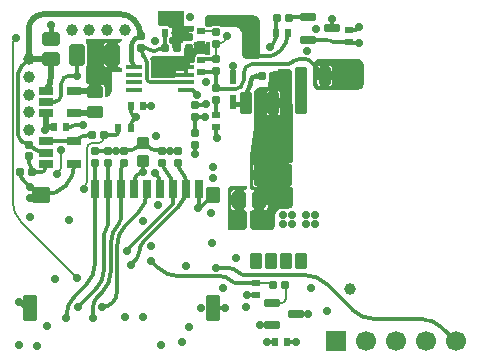
<source format=gbl>
G04 Layer_Physical_Order=4*
G04 Layer_Color=16711680*
%FSLAX43Y43*%
%MOMM*%
G71*
G01*
G75*
%ADD10C,0.300*%
%ADD11C,1.000*%
%ADD12C,1.000*%
%ADD13C,0.200*%
%ADD15C,0.300*%
%ADD17C,0.400*%
G04:AMPARAMS|DCode=18|XSize=1.21mm|YSize=1.46mm|CornerRadius=0.151mm|HoleSize=0mm|Usage=FLASHONLY|Rotation=270.000|XOffset=0mm|YOffset=0mm|HoleType=Round|Shape=RoundedRectangle|*
%AMROUNDEDRECTD18*
21,1,1.210,1.157,0,0,270.0*
21,1,0.907,1.460,0,0,270.0*
1,1,0.302,-0.579,-0.454*
1,1,0.302,-0.579,0.454*
1,1,0.302,0.579,0.454*
1,1,0.302,0.579,-0.454*
%
%ADD18ROUNDEDRECTD18*%
G04:AMPARAMS|DCode=19|XSize=0.61mm|YSize=0.6mm|CornerRadius=0.075mm|HoleSize=0mm|Usage=FLASHONLY|Rotation=90.000|XOffset=0mm|YOffset=0mm|HoleType=Round|Shape=RoundedRectangle|*
%AMROUNDEDRECTD19*
21,1,0.610,0.450,0,0,90.0*
21,1,0.460,0.600,0,0,90.0*
1,1,0.150,0.225,0.230*
1,1,0.150,0.225,-0.230*
1,1,0.150,-0.225,-0.230*
1,1,0.150,-0.225,0.230*
%
%ADD19ROUNDEDRECTD19*%
G04:AMPARAMS|DCode=20|XSize=0.61mm|YSize=0.6mm|CornerRadius=0.075mm|HoleSize=0mm|Usage=FLASHONLY|Rotation=0.000|XOffset=0mm|YOffset=0mm|HoleType=Round|Shape=RoundedRectangle|*
%AMROUNDEDRECTD20*
21,1,0.610,0.450,0,0,0.0*
21,1,0.460,0.600,0,0,0.0*
1,1,0.150,0.230,-0.225*
1,1,0.150,-0.230,-0.225*
1,1,0.150,-0.230,0.225*
1,1,0.150,0.230,0.225*
%
%ADD20ROUNDEDRECTD20*%
G04:AMPARAMS|DCode=25|XSize=0.59mm|YSize=0.6mm|CornerRadius=0.074mm|HoleSize=0mm|Usage=FLASHONLY|Rotation=0.000|XOffset=0mm|YOffset=0mm|HoleType=Round|Shape=RoundedRectangle|*
%AMROUNDEDRECTD25*
21,1,0.590,0.453,0,0,0.0*
21,1,0.443,0.600,0,0,0.0*
1,1,0.147,0.221,-0.226*
1,1,0.147,-0.221,-0.226*
1,1,0.147,-0.221,0.226*
1,1,0.147,0.221,0.226*
%
%ADD25ROUNDEDRECTD25*%
G04:AMPARAMS|DCode=26|XSize=1.21mm|YSize=1.46mm|CornerRadius=0.151mm|HoleSize=0mm|Usage=FLASHONLY|Rotation=180.000|XOffset=0mm|YOffset=0mm|HoleType=Round|Shape=RoundedRectangle|*
%AMROUNDEDRECTD26*
21,1,1.210,1.157,0,0,180.0*
21,1,0.907,1.460,0,0,180.0*
1,1,0.302,-0.454,0.579*
1,1,0.302,0.454,0.579*
1,1,0.302,0.454,-0.579*
1,1,0.302,-0.454,-0.579*
%
%ADD26ROUNDEDRECTD26*%
G04:AMPARAMS|DCode=27|XSize=0.59mm|YSize=0.6mm|CornerRadius=0.074mm|HoleSize=0mm|Usage=FLASHONLY|Rotation=90.000|XOffset=0mm|YOffset=0mm|HoleType=Round|Shape=RoundedRectangle|*
%AMROUNDEDRECTD27*
21,1,0.590,0.453,0,0,90.0*
21,1,0.443,0.600,0,0,90.0*
1,1,0.147,0.226,0.221*
1,1,0.147,0.226,-0.221*
1,1,0.147,-0.226,-0.221*
1,1,0.147,-0.226,0.221*
%
%ADD27ROUNDEDRECTD27*%
G04:AMPARAMS|DCode=33|XSize=1.26mm|YSize=0.58mm|CornerRadius=0.072mm|HoleSize=0mm|Usage=FLASHONLY|Rotation=90.000|XOffset=0mm|YOffset=0mm|HoleType=Round|Shape=RoundedRectangle|*
%AMROUNDEDRECTD33*
21,1,1.260,0.435,0,0,90.0*
21,1,1.115,0.580,0,0,90.0*
1,1,0.145,0.217,0.557*
1,1,0.145,0.217,-0.557*
1,1,0.145,-0.217,-0.557*
1,1,0.145,-0.217,0.557*
%
%ADD33ROUNDEDRECTD33*%
G04:AMPARAMS|DCode=34|XSize=0.97mm|YSize=1.85mm|CornerRadius=0.121mm|HoleSize=0mm|Usage=FLASHONLY|Rotation=0.000|XOffset=0mm|YOffset=0mm|HoleType=Round|Shape=RoundedRectangle|*
%AMROUNDEDRECTD34*
21,1,0.970,1.607,0,0,0.0*
21,1,0.728,1.850,0,0,0.0*
1,1,0.242,0.364,-0.804*
1,1,0.242,-0.364,-0.804*
1,1,0.242,-0.364,0.804*
1,1,0.242,0.364,0.804*
%
%ADD34ROUNDEDRECTD34*%
G04:AMPARAMS|DCode=35|XSize=3.27mm|YSize=1.85mm|CornerRadius=0.231mm|HoleSize=0mm|Usage=FLASHONLY|Rotation=0.000|XOffset=0mm|YOffset=0mm|HoleType=Round|Shape=RoundedRectangle|*
%AMROUNDEDRECTD35*
21,1,3.270,1.387,0,0,0.0*
21,1,2.808,1.850,0,0,0.0*
1,1,0.463,1.404,-0.694*
1,1,0.463,-1.404,-0.694*
1,1,0.463,-1.404,0.694*
1,1,0.463,1.404,0.694*
%
%ADD35ROUNDEDRECTD35*%
G04:AMPARAMS|DCode=37|XSize=1.372mm|YSize=0.406mm|CornerRadius=0.051mm|HoleSize=0mm|Usage=FLASHONLY|Rotation=0.000|XOffset=0mm|YOffset=0mm|HoleType=Round|Shape=RoundedRectangle|*
%AMROUNDEDRECTD37*
21,1,1.372,0.305,0,0,0.0*
21,1,1.270,0.406,0,0,0.0*
1,1,0.102,0.635,-0.152*
1,1,0.102,-0.635,-0.152*
1,1,0.102,-0.635,0.152*
1,1,0.102,0.635,0.152*
%
%ADD37ROUNDEDRECTD37*%
%ADD39C,0.500*%
%ADD40C,1.700*%
%ADD41R,1.700X1.700*%
G04:AMPARAMS|DCode=42|XSize=1mm|YSize=1.4mm|CornerRadius=0.125mm|HoleSize=0mm|Usage=FLASHONLY|Rotation=0.000|XOffset=0mm|YOffset=0mm|HoleType=Round|Shape=RoundedRectangle|*
%AMROUNDEDRECTD42*
21,1,1.000,1.150,0,0,0.0*
21,1,0.750,1.400,0,0,0.0*
1,1,0.250,0.375,-0.575*
1,1,0.250,-0.375,-0.575*
1,1,0.250,-0.375,0.575*
1,1,0.250,0.375,0.575*
%
%ADD42ROUNDEDRECTD42*%
%ADD43C,0.700*%
G04:AMPARAMS|DCode=44|XSize=1.53mm|YSize=1.02mm|CornerRadius=0.128mm|HoleSize=0mm|Usage=FLASHONLY|Rotation=270.000|XOffset=0mm|YOffset=0mm|HoleType=Round|Shape=RoundedRectangle|*
%AMROUNDEDRECTD44*
21,1,1.530,0.765,0,0,270.0*
21,1,1.275,1.020,0,0,270.0*
1,1,0.255,-0.383,-0.637*
1,1,0.255,-0.383,0.637*
1,1,0.255,0.383,0.637*
1,1,0.255,0.383,-0.637*
%
%ADD44ROUNDEDRECTD44*%
G04:AMPARAMS|DCode=45|XSize=0.61mm|YSize=1.35mm|CornerRadius=0.076mm|HoleSize=0mm|Usage=FLASHONLY|Rotation=270.000|XOffset=0mm|YOffset=0mm|HoleType=Round|Shape=RoundedRectangle|*
%AMROUNDEDRECTD45*
21,1,0.610,1.198,0,0,270.0*
21,1,0.458,1.350,0,0,270.0*
1,1,0.152,-0.599,-0.229*
1,1,0.152,-0.599,0.229*
1,1,0.152,0.599,0.229*
1,1,0.152,0.599,-0.229*
%
%ADD45ROUNDEDRECTD45*%
G04:AMPARAMS|DCode=46|XSize=1.2mm|YSize=2.2mm|CornerRadius=0.15mm|HoleSize=0mm|Usage=FLASHONLY|Rotation=0.000|XOffset=0mm|YOffset=0mm|HoleType=Round|Shape=RoundedRectangle|*
%AMROUNDEDRECTD46*
21,1,1.200,1.900,0,0,0.0*
21,1,0.900,2.200,0,0,0.0*
1,1,0.300,0.450,-0.950*
1,1,0.300,-0.450,-0.950*
1,1,0.300,-0.450,0.950*
1,1,0.300,0.450,0.950*
%
%ADD46ROUNDEDRECTD46*%
G04:AMPARAMS|DCode=47|XSize=0.7mm|YSize=1.6mm|CornerRadius=0.087mm|HoleSize=0mm|Usage=FLASHONLY|Rotation=180.000|XOffset=0mm|YOffset=0mm|HoleType=Round|Shape=RoundedRectangle|*
%AMROUNDEDRECTD47*
21,1,0.700,1.425,0,0,180.0*
21,1,0.525,1.600,0,0,180.0*
1,1,0.175,-0.263,0.713*
1,1,0.175,0.263,0.713*
1,1,0.175,0.263,-0.713*
1,1,0.175,-0.263,-0.713*
%
%ADD47ROUNDEDRECTD47*%
G04:AMPARAMS|DCode=48|XSize=1.6mm|YSize=1.4mm|CornerRadius=0.175mm|HoleSize=0mm|Usage=FLASHONLY|Rotation=0.000|XOffset=0mm|YOffset=0mm|HoleType=Round|Shape=RoundedRectangle|*
%AMROUNDEDRECTD48*
21,1,1.600,1.050,0,0,0.0*
21,1,1.250,1.400,0,0,0.0*
1,1,0.350,0.625,-0.525*
1,1,0.350,-0.625,-0.525*
1,1,0.350,-0.625,0.525*
1,1,0.350,0.625,0.525*
%
%ADD48ROUNDEDRECTD48*%
G04:AMPARAMS|DCode=49|XSize=1.2mm|YSize=1.4mm|CornerRadius=0.15mm|HoleSize=0mm|Usage=FLASHONLY|Rotation=0.000|XOffset=0mm|YOffset=0mm|HoleType=Round|Shape=RoundedRectangle|*
%AMROUNDEDRECTD49*
21,1,1.200,1.100,0,0,0.0*
21,1,0.900,1.400,0,0,0.0*
1,1,0.300,0.450,-0.550*
1,1,0.300,-0.450,-0.550*
1,1,0.300,-0.450,0.550*
1,1,0.300,0.450,0.550*
%
%ADD49ROUNDEDRECTD49*%
G04:AMPARAMS|DCode=50|XSize=1.05mm|YSize=1.07mm|CornerRadius=0.131mm|HoleSize=0mm|Usage=FLASHONLY|Rotation=90.000|XOffset=0mm|YOffset=0mm|HoleType=Round|Shape=RoundedRectangle|*
%AMROUNDEDRECTD50*
21,1,1.050,0.807,0,0,90.0*
21,1,0.787,1.070,0,0,90.0*
1,1,0.263,0.404,0.394*
1,1,0.263,0.404,-0.394*
1,1,0.263,-0.404,-0.394*
1,1,0.263,-0.404,0.394*
%
%ADD50ROUNDEDRECTD50*%
G04:AMPARAMS|DCode=51|XSize=0.61mm|YSize=1.26mm|CornerRadius=0.076mm|HoleSize=0mm|Usage=FLASHONLY|Rotation=270.000|XOffset=0mm|YOffset=0mm|HoleType=Round|Shape=RoundedRectangle|*
%AMROUNDEDRECTD51*
21,1,0.610,1.107,0,0,270.0*
21,1,0.458,1.260,0,0,270.0*
1,1,0.152,-0.554,-0.229*
1,1,0.152,-0.554,0.229*
1,1,0.152,0.554,0.229*
1,1,0.152,0.554,-0.229*
%
%ADD51ROUNDEDRECTD51*%
G04:AMPARAMS|DCode=52|XSize=1mm|YSize=1.4mm|CornerRadius=0.125mm|HoleSize=0mm|Usage=FLASHONLY|Rotation=90.000|XOffset=0mm|YOffset=0mm|HoleType=Round|Shape=RoundedRectangle|*
%AMROUNDEDRECTD52*
21,1,1.000,1.150,0,0,90.0*
21,1,0.750,1.400,0,0,90.0*
1,1,0.250,0.575,0.375*
1,1,0.250,0.575,-0.375*
1,1,0.250,-0.575,-0.375*
1,1,0.250,-0.575,0.375*
%
%ADD52ROUNDEDRECTD52*%
G04:AMPARAMS|DCode=53|XSize=1.28mm|YSize=1.87mm|CornerRadius=0.16mm|HoleSize=0mm|Usage=FLASHONLY|Rotation=0.000|XOffset=0mm|YOffset=0mm|HoleType=Round|Shape=RoundedRectangle|*
%AMROUNDEDRECTD53*
21,1,1.280,1.550,0,0,0.0*
21,1,0.960,1.870,0,0,0.0*
1,1,0.320,0.480,-0.775*
1,1,0.320,-0.480,-0.775*
1,1,0.320,-0.480,0.775*
1,1,0.320,0.480,0.775*
%
%ADD53ROUNDEDRECTD53*%
G36*
X-15200Y10500D02*
X-15017Y10424D01*
X-14876Y10283D01*
X-14834Y10182D01*
X-14800Y10000D01*
Y10000D01*
X-14800Y10000D01*
X-14800Y10000D01*
X-14800Y8492D01*
X-14800Y8374D01*
X-14890Y8157D01*
X-15057Y7990D01*
X-15204Y7929D01*
X-15316Y7912D01*
X-15392Y7900D01*
X-15592Y7900D01*
X-18629Y7900D01*
X-18723Y7900D01*
X-18896Y7972D01*
X-19028Y8104D01*
X-19100Y8277D01*
X-19100Y8371D01*
X-19100D01*
X-19100Y10000D01*
X-19100Y10099D01*
X-19024Y10283D01*
X-18883Y10424D01*
X-18700Y10500D01*
X-18600Y10500D01*
X-18600Y10500D01*
X-15200Y10500D01*
D02*
G37*
G36*
X-27948Y14200D02*
X-24181Y14200D01*
X-24181Y14200D01*
X-24181Y14200D01*
X-24181D01*
X-23998Y14172D01*
X-23852Y14111D01*
X-23689Y13948D01*
X-23600Y13734D01*
X-23600Y13619D01*
X-23600Y10666D01*
X-23747Y10511D01*
X-23767Y10500D01*
X-24700D01*
X-24700Y10500D01*
X-24779D01*
X-24926Y10561D01*
X-25039Y10673D01*
X-25100Y10820D01*
X-25100Y12573D01*
X-25100Y12573D01*
X-25100Y12573D01*
X-25100Y12573D01*
X-25103Y12639D01*
X-25129Y12770D01*
X-25180Y12894D01*
X-25254Y13004D01*
X-25349Y13099D01*
X-25460Y13173D01*
X-25583Y13224D01*
X-25714Y13250D01*
X-25781Y13253D01*
X-26914Y13253D01*
X-26968Y13289D01*
X-27075Y13310D01*
X-27525D01*
X-27632Y13289D01*
X-27686Y13253D01*
X-27975Y13253D01*
X-27975Y13253D01*
X-28034Y13253D01*
X-28145Y13299D01*
X-28229Y13383D01*
X-28275Y13494D01*
X-28275Y13874D01*
X-28227Y14054D01*
X-28225Y14058D01*
X-28133Y14150D01*
X-28013Y14200D01*
X-27948Y14200D01*
D02*
G37*
G36*
X-21263Y9650D02*
X-21171Y9650D01*
X-21001Y9580D01*
X-20870Y9450D01*
X-20852Y9406D01*
Y8462D01*
X-20842Y8410D01*
Y6787D01*
X-20827Y6675D01*
Y5983D01*
X-20802Y5857D01*
X-20800Y5854D01*
X-20800Y1858D01*
X-20823Y1825D01*
X-21000Y1711D01*
X-21044Y1720D01*
X-22047D01*
Y688D01*
Y-343D01*
X-21044D01*
X-21000Y-334D01*
X-20823Y-448D01*
X-20800Y-482D01*
X-20800Y-1775D01*
X-20800Y-1856D01*
X-20861Y-2004D01*
X-20975Y-2118D01*
X-21015Y-2134D01*
X-21204Y-2179D01*
Y-2179D01*
X-21204Y-2179D01*
X-21550Y-2179D01*
X-21625Y-2164D01*
X-21700Y-2179D01*
X-21769Y-2179D01*
X-21872Y-2189D01*
X-22064Y-2269D01*
X-22210Y-2415D01*
X-22257Y-2528D01*
X-22290Y-2607D01*
X-22300Y-2710D01*
X-22300Y-2711D01*
X-22300D01*
X-22300Y-2711D01*
Y-2908D01*
X-22300Y-3554D01*
X-22300Y-3642D01*
X-22368Y-3805D01*
X-22493Y-3930D01*
X-22553Y-3955D01*
X-22744Y-3998D01*
Y-3998D01*
X-22744Y-3998D01*
X-24002Y-3998D01*
X-24081Y-3998D01*
X-24228Y-3937D01*
X-24339Y-3825D01*
X-24400Y-3679D01*
X-24400Y-3600D01*
Y-2347D01*
X-24209Y-2235D01*
X-24200Y-2236D01*
X-24110Y-2254D01*
X-24056D01*
Y-1419D01*
Y-584D01*
X-24110D01*
X-24200Y-602D01*
X-24209Y-603D01*
X-24400Y-492D01*
Y2323D01*
X-24087Y4695D01*
Y5880D01*
X-24067Y5983D01*
Y7590D01*
X-24082Y7666D01*
X-23989Y7889D01*
X-23808Y8071D01*
X-23571Y8169D01*
X-23443D01*
X-23443Y8169D01*
X-22875Y8169D01*
Y8544D01*
X-22847Y8576D01*
Y9087D01*
X-22447D01*
Y9487D01*
X-22101D01*
X-22070Y9650D01*
X-21263Y9650D01*
D02*
G37*
G36*
X-24725Y-211D02*
X-24725Y-428D01*
X-24869Y-562D01*
X-24925Y-584D01*
X-24946D01*
Y-1419D01*
Y-2254D01*
X-24892D01*
X-24725Y-2410D01*
X-24725Y-3598D01*
X-24725Y-3598D01*
X-24725Y-3677D01*
X-24786Y-3824D01*
X-24898Y-3937D01*
X-25045Y-3998D01*
X-25125Y-3998D01*
X-25970Y-3998D01*
X-26040Y-3998D01*
X-26171Y-3944D01*
X-26271Y-3844D01*
X-26325Y-3713D01*
X-26325Y-3642D01*
X-26325Y-516D01*
X-26267Y-376D01*
X-26160Y-269D01*
X-26020Y-211D01*
X-25944D01*
X-24725Y-211D01*
D02*
G37*
G36*
X-30000Y14315D02*
X-30000Y14315D01*
X-30043Y14100D01*
X-30000Y13885D01*
X-30000Y13885D01*
Y13275D01*
X-29195Y13275D01*
Y12962D01*
X-29216Y12930D01*
X-29370Y12809D01*
X-29820D01*
X-29862Y12800D01*
X-29595D01*
Y12000D01*
X-29863D01*
X-29888Y12005D01*
X-29946Y12044D01*
X-29985Y12102D01*
X-29998Y12170D01*
Y12325D01*
X-30099Y12127D01*
X-30105Y12125D01*
X-30114Y12121D01*
X-30121Y12114D01*
X-30125Y12105D01*
X-30125Y12100D01*
X-30125Y12100D01*
X-30125Y11892D01*
X-30206Y11841D01*
X-30250Y11828D01*
Y11434D01*
X-31050D01*
Y11810D01*
X-31132Y11819D01*
X-31210Y11840D01*
X-31222Y11857D01*
X-31281Y11897D01*
Y12286D01*
X-31219Y12328D01*
X-31176Y12392D01*
X-31163Y12396D01*
X-31051Y12408D01*
X-31013Y12405D01*
Y12751D01*
Y13098D01*
X-31051Y13094D01*
X-31163Y13106D01*
X-31176Y13111D01*
X-31219Y13175D01*
X-31309Y13235D01*
X-31400Y13253D01*
Y13275D01*
X-32084Y13275D01*
X-32225Y13416D01*
Y14550D01*
X-31400Y14550D01*
X-30000Y14550D01*
Y14315D01*
D02*
G37*
G36*
X-35300Y11993D02*
X-35497Y11884D01*
X-35578Y11900D01*
Y10864D01*
Y9828D01*
X-35497Y9844D01*
X-35300Y9735D01*
Y9400D01*
X-36100D01*
X-36100Y8000D01*
X-36100Y7921D01*
X-36131Y7767D01*
X-36191Y7621D01*
X-36279Y7490D01*
X-36390Y7379D01*
X-36521Y7291D01*
X-36562Y7274D01*
X-36660Y7328D01*
X-36741Y7409D01*
X-36746Y7419D01*
Y8125D01*
X-36763Y8213D01*
X-36813Y8287D01*
X-36887Y8337D01*
X-36975Y8354D01*
X-37050D01*
Y7750D01*
X-38050D01*
Y8354D01*
X-38125D01*
X-38294Y8496D01*
X-38300Y8508D01*
Y9400D01*
Y9887D01*
X-38259Y9949D01*
X-38231Y10089D01*
Y11639D01*
X-38259Y11779D01*
X-38300Y11841D01*
Y12200D01*
X-35300D01*
Y11993D01*
D02*
G37*
G36*
X-27805Y11570D02*
X-27784Y11463D01*
X-27783Y11461D01*
Y10832D01*
X-28098D01*
X-28131Y10881D01*
X-28222Y10942D01*
X-28329Y10963D01*
X-28781D01*
X-28888Y10942D01*
X-28979Y10881D01*
X-29039Y10791D01*
X-29060Y10684D01*
Y10302D01*
X-29184Y10192D01*
X-29249Y10165D01*
X-29256Y10168D01*
X-29491D01*
Y9852D01*
X-29891D01*
Y9452D01*
X-30665D01*
X-30689Y9344D01*
X-30689Y9281D01*
Y9040D01*
X-30843Y8888D01*
X-32776D01*
X-32776Y8888D01*
Y8891D01*
X-32811Y8905D01*
X-32825Y8940D01*
X-32827D01*
Y10258D01*
X-32828Y10264D01*
X-32853Y10453D01*
X-32883Y10525D01*
X-32758Y10725D01*
X-30000Y10725D01*
Y10839D01*
X-29995Y10847D01*
Y11400D01*
X-29195D01*
Y11153D01*
X-29192Y11170D01*
Y11630D01*
X-29205Y11698D01*
X-29219Y11718D01*
X-29225Y11745D01*
X-29210Y11882D01*
X-29189Y11960D01*
X-29172Y11972D01*
X-29170Y11975D01*
X-28958D01*
Y11591D01*
X-28955Y11574D01*
Y11812D01*
X-28155D01*
Y11574D01*
X-28152Y11591D01*
Y11975D01*
X-27805D01*
Y11570D01*
D02*
G37*
%LPC*%
G36*
X-18521Y9966D02*
X-18592Y9952D01*
X-18668Y9902D01*
X-18718Y9826D01*
X-18735Y9738D01*
Y9500D01*
X-18521D01*
Y9966D01*
D02*
G37*
G36*
X-15600Y9454D02*
Y9400D01*
X-15546D01*
X-15567Y9433D01*
X-15600Y9454D01*
D02*
G37*
G36*
X-17721Y9966D02*
Y9500D01*
X-17507D01*
Y9738D01*
X-17524Y9826D01*
X-17574Y9902D01*
X-17650Y9952D01*
X-17721Y9966D01*
D02*
G37*
G36*
X-18521Y8700D02*
X-18735D01*
Y8462D01*
X-18718Y8374D01*
X-18668Y8298D01*
X-18592Y8248D01*
X-18521Y8234D01*
Y8700D01*
D02*
G37*
G36*
X-17507D02*
X-17721D01*
Y8234D01*
X-17650Y8248D01*
X-17574Y8298D01*
X-17524Y8374D01*
X-17507Y8462D01*
Y8700D01*
D02*
G37*
G36*
X-16400Y8600D02*
X-16454D01*
X-16433Y8567D01*
X-16400Y8546D01*
Y8600D01*
D02*
G37*
G36*
Y9454D02*
X-16433Y9433D01*
X-16454Y9400D01*
X-16400D01*
Y9454D01*
D02*
G37*
G36*
X-15546Y8600D02*
X-15600D01*
Y8546D01*
X-15567Y8567D01*
X-15546Y8600D01*
D02*
G37*
G36*
X-22847Y6387D02*
X-23037D01*
Y5983D01*
X-23020Y5896D01*
X-22971Y5823D01*
X-22897Y5774D01*
X-22847Y5764D01*
Y6387D01*
D02*
G37*
G36*
Y1720D02*
X-23851D01*
X-23980Y1694D01*
X-24090Y1621D01*
X-24163Y1511D01*
X-24189Y1382D01*
Y1088D01*
X-22847D01*
Y1720D01*
D02*
G37*
G36*
Y7809D02*
X-22897Y7799D01*
X-22971Y7750D01*
X-23020Y7677D01*
X-23037Y7590D01*
Y7187D01*
X-22847D01*
Y7809D01*
D02*
G37*
G36*
X-21858Y6387D02*
X-22047D01*
Y5764D01*
X-21997Y5774D01*
X-21924Y5823D01*
X-21875Y5896D01*
X-21858Y5983D01*
Y6387D01*
D02*
G37*
G36*
X-22946Y-1819D02*
X-23256D01*
Y-2254D01*
X-23202D01*
X-23104Y-2235D01*
X-23021Y-2179D01*
X-22966Y-2096D01*
X-22946Y-1998D01*
Y-1819D01*
D02*
G37*
G36*
X-22847Y288D02*
X-24189D01*
Y-5D01*
X-24163Y-135D01*
X-24090Y-244D01*
X-23980Y-317D01*
X-23851Y-343D01*
X-22847D01*
Y288D01*
D02*
G37*
G36*
X-23202Y-584D02*
X-23256D01*
Y-1019D01*
X-22946D01*
Y-840D01*
X-22966Y-742D01*
X-23021Y-659D01*
X-23104Y-604D01*
X-23202Y-584D01*
D02*
G37*
G36*
X-22047Y7809D02*
Y7187D01*
X-21858D01*
Y7590D01*
X-21875Y7677D01*
X-21924Y7750D01*
X-21997Y7799D01*
X-22047Y7809D01*
D02*
G37*
G36*
X-25746Y-1819D02*
X-26056D01*
Y-1998D01*
X-26037Y-2096D01*
X-25981Y-2179D01*
X-25898Y-2235D01*
X-25800Y-2254D01*
X-25746D01*
Y-1819D01*
D02*
G37*
G36*
Y-584D02*
X-25800D01*
X-25898Y-604D01*
X-25981Y-659D01*
X-26037Y-742D01*
X-26056Y-840D01*
Y-1019D01*
X-25746D01*
Y-584D01*
D02*
G37*
G36*
X-36578Y11900D02*
X-36659Y11884D01*
X-36745Y11826D01*
X-36803Y11740D01*
X-36823Y11639D01*
Y11364D01*
X-36578D01*
Y11900D01*
D02*
G37*
G36*
Y10364D02*
X-36823D01*
Y10089D01*
X-36803Y9988D01*
X-36745Y9902D01*
X-36659Y9844D01*
X-36578Y9828D01*
Y10364D01*
D02*
G37*
%LPD*%
D10*
X-19394Y10373D02*
G03*
X-19700Y10500I-306J-306D01*
G01*
X-20328D02*
G03*
X-20750Y10325I0J-596D01*
G01*
X-21354Y10075D02*
G03*
X-20750Y10325I0J854D01*
G01*
X-24235Y10075D02*
G03*
X-24975Y9335I0J-740D01*
G01*
X-25746Y7929D02*
G03*
X-24975Y8700I0J771D01*
G01*
X-27300Y8075D02*
G03*
X-27154Y7929I146J0D01*
G01*
X-23276Y345D02*
G03*
X-22447Y688I0J1172D01*
G01*
X-23014Y10725D02*
G03*
X-21841Y11210I0J1658D01*
G01*
D02*
G03*
X-21229Y12690I-1480J1480D01*
G01*
X-22466Y11796D02*
G03*
X-22254Y12308I-512J512D01*
G01*
X-23656Y-1419D02*
G03*
X-23865Y-915I-713J0D01*
G01*
X-25500Y-7500D02*
G03*
X-24776Y-7800I724J724D01*
G01*
X-17956Y-8544D02*
G03*
X-19752Y-7800I-1796J-1796D01*
G01*
X-25500Y-7500D02*
G03*
X-26265Y-7183I-765J-765D01*
G01*
X-8161Y-12244D02*
G03*
X-9957Y-11500I-1796J-1796D01*
G01*
X-15744Y-10756D02*
G03*
X-13948Y-11500I1796J1796D01*
G01*
X-37550Y1579D02*
G03*
X-37600Y1700I-171J0D01*
G01*
X-33525Y1033D02*
G03*
X-33477Y917I165J0D01*
G01*
D02*
G03*
X-33981Y708I0J-713D01*
G01*
D02*
G03*
X-34250Y58I650J-650D01*
G01*
X-30500Y1700D02*
G03*
X-30146Y846I1207J0D01*
G01*
X-35825Y4075D02*
G03*
X-35600Y4300I0J225D01*
G01*
X-35575Y4700D02*
G03*
X-35600Y4675I0J-25D01*
G01*
X-38003Y4075D02*
G03*
X-39295Y3540I0J-1827D01*
G01*
X-32220Y-7156D02*
G03*
X-30424Y-7900I1796J1796D01*
G01*
X-26133Y-8200D02*
G03*
X-25457Y-8480I676J676D01*
G01*
X-26133Y-8200D02*
G03*
X-26857Y-7900I-724J-724D01*
G01*
X-21089Y14050D02*
G03*
X-21139Y14000I0J-50D01*
G01*
X-30950Y-475D02*
G03*
X-31631Y1169I-2325J0D01*
G01*
X-31900Y1700D02*
G03*
X-31715Y1253I633J0D01*
G01*
X-35100Y1700D02*
G03*
X-35350Y1096I604J-604D01*
G01*
X-30527Y-2038D02*
G03*
X-29850Y-404I-1634J1634D01*
G01*
Y131D02*
G03*
X-30146Y846I-1012J0D01*
G01*
X-33420Y-4932D02*
G03*
X-33821Y-5900I968J-968D01*
G01*
X-34048Y-6448D02*
G03*
X-33821Y-5900I-548J548D01*
G01*
X-37000Y-10500D02*
G03*
X-35700Y-9200I0J1300D01*
G01*
X-34956Y-3556D02*
G03*
X-35700Y-5352I1796J-1796D01*
G01*
X-33894Y-2494D02*
G03*
X-33150Y-698I-1796J1796D01*
G01*
X-35512Y-3384D02*
G03*
X-35350Y-2993I-392J392D01*
G01*
X-37400Y-9700D02*
G03*
X-37700Y-10424I724J-724D01*
G01*
X-36954Y-9254D02*
G03*
X-36210Y-7458I-1796J1796D01*
G01*
X-35512Y-3384D02*
G03*
X-36210Y-5068I1684J-1684D01*
G01*
X-37527Y-9027D02*
G03*
X-36783Y-7231I-1796J1796D01*
G01*
X-36615Y-3885D02*
G03*
X-36450Y-3486I-398J398D01*
G01*
X-36615Y-3885D02*
G03*
X-36783Y-4291I406J-406D01*
G01*
X-39295Y-9600D02*
G03*
X-40000Y-11302I1702J-1702D01*
G01*
X-38294Y-8599D02*
G03*
X-37550Y-6803I-1796J1796D01*
G01*
X-43125Y1702D02*
G03*
X-43000Y1400I427J0D01*
G01*
X-42900Y950D02*
G03*
X-42779Y900I121J121D01*
G01*
X-42900Y1159D02*
G03*
X-43000Y1400I-341J0D01*
G01*
X-42200Y900D02*
G03*
X-41745Y1355I0J455D01*
G01*
X-33184Y10258D02*
G03*
X-33300Y10538I-397J0D01*
G01*
X-33184Y8940D02*
G03*
X-32776Y8532I408J0D01*
G01*
X-32549Y11170D02*
G03*
X-32175Y11325I0J529D01*
G01*
X-31912Y11434D02*
G03*
X-32175Y11325I0J-372D01*
G01*
X-33100Y11375D02*
G03*
X-32605Y11170I495J495D01*
G01*
X-33584Y11223D02*
G03*
X-33300Y10538I969J0D01*
G01*
X-33100Y11375D02*
G03*
X-33242Y11434I-142J-142D01*
G01*
X-34801Y-5591D02*
G03*
X-34878Y-5778I187J-187D01*
G01*
X-22139Y14000D02*
G03*
X-22254Y13885I0J-115D01*
G01*
X-35100Y2700D02*
G03*
X-33589Y3326I0J2137D01*
G01*
X-33496Y3361D02*
G03*
X-31900Y2700I1596J1596D01*
G01*
X-28275Y6625D02*
G03*
X-28200Y6700I0J75D01*
G01*
X-17700Y12075D02*
G03*
X-17350Y11930I350J350D01*
G01*
X-17700Y12075D02*
G03*
X-17881Y12150I-181J-181D01*
G01*
X-42525Y2800D02*
G03*
X-42018Y2590I507J507D01*
G01*
X-44088Y4154D02*
G03*
X-43900Y3700I642J0D01*
G01*
X-43700Y3500D02*
G03*
X-43125Y3262I575J575D01*
G01*
X-43764Y9911D02*
G03*
X-44088Y9265I811J-811D01*
G01*
X-34325Y9918D02*
G03*
X-34259Y9852I66J0D01*
G01*
X-27300Y3940D02*
G03*
X-27208Y3848I92J0D01*
G01*
X-27337Y9438D02*
G03*
X-27300Y9475I0J38D01*
G01*
X-43882Y-10230D02*
G03*
X-43050Y-10575I832J832D01*
G01*
X-43900Y950D02*
G03*
X-43582Y182I1086J0D01*
G01*
X-41855Y-975D02*
G03*
X-40059Y-231I0J2540D01*
G01*
X-40039Y-211D02*
G03*
X-39295Y1585I-1796J1796D01*
G01*
X-41000Y6875D02*
G03*
X-40400Y7475I0J600D01*
G01*
X-39923Y4800D02*
G03*
X-39995Y4770I0J-102D01*
G01*
X-39599D02*
G03*
X-39453Y4831I0J207D01*
G01*
X-39156Y4953D02*
G03*
X-39453Y4831I0J-419D01*
G01*
X-39728Y9100D02*
G03*
X-40400Y8428I0J-672D01*
G01*
X-34232Y5468D02*
G03*
X-34550Y4700I768J-768D01*
G01*
Y6334D02*
G03*
X-34246Y5600I1038J0D01*
G01*
X-39100Y9100D02*
G03*
X-39078Y9153I-53J53D01*
G01*
X-28800Y-2096D02*
G03*
X-28580Y-2005I0J312D01*
G01*
X-28800Y-2096D02*
G03*
X-28750Y-1975I-121J121D01*
G01*
X-32050Y-121D02*
G03*
X-32450Y845I-1366J0D01*
G01*
X-20328Y10500D02*
X-19700D01*
X-19394Y10373D02*
X-18121Y9100D01*
X-24235Y10075D02*
X-21354D01*
X-24975Y8700D02*
Y9335D01*
X-27154Y7929D02*
X-25746D01*
X-25886Y8759D02*
Y9950D01*
X-27300Y8075D02*
X-27300D01*
X-23565Y345D02*
X-23276D01*
X-27300Y8075D02*
Y9475D01*
X-23760Y10725D02*
X-23014D01*
X-22700Y11562D02*
X-22466Y11796D01*
X-30913Y12751D02*
X-30875Y12789D01*
X-24776Y-7800D02*
X-19752D01*
X-27325Y-7183D02*
X-26265D01*
X-8161Y-12244D02*
X-7005Y-13400D01*
X-17956Y-8544D02*
X-15744Y-10756D01*
X-13948Y-11500D02*
X-9957D01*
X-31211Y9275D02*
X-31128Y9192D01*
X-29891D01*
X-29891Y9192D02*
X-29891Y9192D01*
X-29891Y9192D02*
Y9852D01*
X-27300Y4775D02*
X-27208Y4683D01*
X-29220Y3130D02*
X-29100Y3250D01*
X-33525Y1033D02*
Y1870D01*
X-34250Y-475D02*
Y58D01*
X-39078Y9153D02*
Y10864D01*
X-39295Y1585D02*
Y1640D01*
X-28580Y-2005D02*
X-27550Y-975D01*
X-37750Y-11350D02*
X-37700Y-11400D01*
X-33637Y1758D02*
X-33525Y1870D01*
X-17525Y13125D02*
X-17500Y13100D01*
X-27300Y5800D02*
Y7075D01*
X-27300Y5800D02*
X-27300D01*
X-28555Y10462D02*
Y10475D01*
X-29100Y5625D02*
X-28217Y5625D01*
X-29100Y4250D02*
Y5625D01*
X-29100Y4250D02*
X-29100Y4250D01*
X-36450Y2700D02*
X-36450Y2700D01*
X-33550Y3415D02*
X-33525Y3390D01*
X-33589Y3326D02*
X-33525Y3390D01*
X-36450Y2700D02*
X-35800D01*
X-20545Y-11100D02*
X-19500D01*
X-22300Y-13475D02*
X-22300Y-13475D01*
X-23010Y-13475D02*
X-22300D01*
X-21275Y-13475D02*
X-21275Y-13475D01*
X-20561D01*
X-24700Y-9505D02*
X-23905D01*
X-22545Y-12050D02*
X-22545Y-12050D01*
X-23600Y-12050D02*
X-22545D01*
X-28750Y-1975D02*
Y-475D01*
X-27550Y-10575D02*
X-26543D01*
X-34801Y-5591D02*
X-30950Y-1741D01*
X-36450Y-475D02*
Y1700D01*
X-37600Y2700D02*
X-36450D01*
X-41745Y1355D02*
Y1640D01*
Y2590D02*
Y2600D01*
Y3540D02*
Y3540D01*
X-36825Y4075D02*
X-35825D01*
X-35600Y4300D02*
Y4675D01*
X-41745Y3540D02*
X-39295D01*
X-38003Y4075D02*
X-37825D01*
X-30424Y-7900D02*
X-26857D01*
X-25457Y-8480D02*
X-23905D01*
X-21089Y14050D02*
X-19500D01*
X-30950Y-1741D02*
Y-475D01*
X-31900Y1583D02*
Y1700D01*
X-31715Y1253D02*
X-31631Y1169D01*
X-16025Y12955D02*
X-15450D01*
X-15217Y13188D01*
X-16025Y11930D02*
X-15995Y11900D01*
X-15200D01*
X-17500Y13100D02*
Y13895D01*
X-32776Y-6600D02*
X-32220Y-7156D01*
X-34500Y-6900D02*
X-34369D01*
X-29850Y-475D02*
Y131D01*
X-33420Y-4932D02*
X-30527Y-2038D01*
X-34500Y-6900D02*
X-34048Y-6448D01*
X-33150Y-698D02*
Y-475D01*
X-35700Y-9200D02*
Y-5352D01*
X-34956Y-3556D02*
X-33894Y-2494D01*
X-35350Y-2993D02*
Y-475D01*
X-37700Y-11400D02*
Y-10424D01*
X-37400Y-9700D02*
X-36954Y-9254D01*
X-36210Y-7458D02*
Y-5068D01*
X-35350Y-475D02*
Y1096D01*
X-39000Y-10500D02*
X-37527Y-9027D01*
X-36450Y-3486D02*
Y-475D01*
X-36783Y-7231D02*
Y-4291D01*
X-37550Y-6803D02*
Y-475D01*
X-40000Y-11400D02*
Y-11302D01*
X-39295Y-9600D02*
X-38294Y-8599D01*
X-37550Y-475D02*
Y1579D01*
X-33525Y6522D02*
X-33525Y6522D01*
X-32800D01*
X-29891Y7871D02*
X-29271D01*
X-28900Y7500D01*
X-43125Y1702D02*
Y2262D01*
X-42900Y950D02*
Y1159D01*
X-42779Y900D02*
X-42200D01*
X-43764Y9911D02*
X-43175Y10500D01*
X-43900Y3700D02*
X-43700Y3500D01*
X-33184Y8940D02*
Y10258D01*
X-32776Y8532D02*
Y8532D01*
Y8532D02*
X-29891D01*
X-31912Y11434D02*
X-31650D01*
X-31638D02*
Y12751D01*
X-32605Y11170D02*
X-32549D01*
X-33684Y11434D02*
X-33584D01*
X-33242D01*
X-33584Y11223D02*
Y11434D01*
X-34801Y-5591D02*
X-34801Y-5591D01*
X-29100Y2431D02*
Y3250D01*
X-22254Y12308D02*
Y12690D01*
X-25886Y8759D02*
X-25886D01*
X-22254Y12690D02*
Y13885D01*
X-28555Y10475D02*
X-27300D01*
X-35800Y2700D02*
X-35100D01*
X-35100Y2700D01*
X-33525Y3390D02*
X-33496Y3361D01*
X-31900Y2700D02*
X-30500D01*
X-29100Y6625D02*
X-28275D01*
X-19500Y12150D02*
X-17881D01*
X-17350Y11930D02*
X-16025D01*
X-42525Y2800D02*
X-42525Y2800D01*
X-43125Y3262D02*
X-42525Y2800D01*
X-42525Y2800D02*
X-42525Y2800D01*
X-44088Y4154D02*
Y9265D01*
X-42018Y2590D02*
X-41745D01*
X-27300Y3940D02*
Y4775D01*
X-28555Y9438D02*
X-27337D01*
X-44012Y-10100D02*
X-43882Y-10230D01*
X-43582Y182D02*
X-43582Y182D01*
X-43100Y-300D01*
X-42150Y-975D02*
X-41855D01*
X-40059Y-231D02*
X-40039Y-211D01*
X-41745Y6875D02*
X-41000D01*
X-39995Y4770D02*
X-39599D01*
X-40400Y7475D02*
Y8428D01*
X-39156Y4953D02*
X-38600D01*
X-34232Y5468D02*
X-34100Y5600D01*
X-34246D02*
X-34100D01*
X-39728Y9100D02*
X-39100D01*
X-34550Y6334D02*
Y6522D01*
X-32050Y-475D02*
Y-121D01*
D11*
X-22628Y763D02*
G03*
X-22447Y688I181J181D01*
G01*
X-21600Y-176D02*
G03*
X-21400Y-659I683J0D01*
G01*
X-23565Y345D02*
G03*
X-22946Y-840I2197J393D01*
G01*
X-22597Y2862D02*
X-22597Y2300D01*
X-22597Y2100D01*
X-21600Y-176D02*
Y2300D01*
X-23865Y2000D02*
X-22628Y763D01*
X-22597Y1561D02*
Y2100D01*
Y1561D02*
X-22597Y1561D01*
X-20136Y6787D02*
Y9100D01*
D12*
X-16000Y9000D02*
D03*
Y-9000D02*
D03*
X-35045Y12966D02*
D03*
X-36545D02*
D03*
X-39545D02*
D03*
X-38045D02*
D03*
X-43175Y4500D02*
D03*
Y6000D02*
D03*
Y7500D02*
D03*
Y10500D02*
D03*
Y9000D02*
D03*
D13*
X-27068Y11800D02*
G03*
X-26400Y12468I0J668D01*
G01*
X-40613Y889D02*
G03*
X-40458Y1261I-372J372D01*
G01*
X-27300Y12800D02*
G03*
X-27338Y12838I-38J0D01*
G01*
X-38480Y-459D02*
G03*
X-38256Y81I-541J541D01*
G01*
X-37781Y3415D02*
G03*
X-38256Y2940I0J-475D01*
G01*
X-37194Y3415D02*
G03*
X-36825Y3784I0J369D01*
G01*
X-22445Y-8625D02*
G03*
X-22590Y-8480I-145J0D01*
G01*
X-21759Y-10150D02*
G03*
X-21409Y-9800I0J350D01*
G01*
Y-8661D02*
G03*
X-21445Y-8625I-36J0D01*
G01*
X-44538Y-1510D02*
G03*
X-43794Y-3306I2540J0D01*
G01*
X-44277Y12259D02*
G03*
X-44538Y11628I631J-631D01*
G01*
X-27300Y11800D02*
X-27068D01*
X-27300D02*
X-27300D01*
X-40701Y800D02*
X-40613Y889D01*
X-40800Y800D02*
X-40701D01*
X-40458Y1261D02*
Y2800D01*
X-27300Y10475D02*
Y11800D01*
X-36825Y3784D02*
Y4075D01*
X-38256Y81D02*
Y2940D01*
X-37781Y3415D02*
X-37194D01*
X-23905Y-8480D02*
X-22590D01*
X-22545Y-10150D02*
X-21759D01*
X-21409Y-9800D02*
Y-8661D01*
X-28555Y12838D02*
X-27338D01*
X-43794Y-3306D02*
X-39100Y-8000D01*
X-44538Y-1510D02*
Y11628D01*
X-27646Y304D02*
X-27638Y311D01*
D15*
X-34801Y-5591D02*
D03*
X-43582Y182D02*
D03*
X-34246Y5600D02*
D03*
D17*
X-23858Y9087D02*
G03*
X-24400Y8546I0J-542D01*
G01*
X-24600Y7875D02*
G03*
X-24758Y7493I382J-382D01*
G01*
X-24969Y6699D02*
G03*
X-24758Y6787I0J298D01*
G01*
X-24600Y7875D02*
G03*
X-24400Y8358I-483J483D01*
G01*
X-23500Y3200D02*
G03*
X-23550Y3250I-50J0D01*
G01*
X-34500Y10433D02*
G03*
X-34259Y9852I821J0D01*
G01*
X-34166Y12234D02*
G03*
X-34500Y11427I807J-807D01*
G01*
X-33684Y12434D02*
G03*
X-34166Y12234I0J-681D01*
G01*
X-23858Y9087D02*
X-23447D01*
X-24400Y8358D02*
Y8546D01*
X-25886Y6699D02*
X-24969D01*
X-24758Y6787D02*
Y7493D01*
X-41300Y12190D02*
X-41300Y12190D01*
X-41300Y12190D02*
Y13400D01*
X-34500Y10433D02*
Y11427D01*
D18*
X-41300Y12190D02*
D03*
X-41300Y10500D02*
D03*
D19*
X-29595Y12400D02*
D03*
Y11400D02*
D03*
X-27300Y11800D02*
D03*
Y12800D02*
D03*
X-43125Y3262D02*
D03*
Y2262D02*
D03*
X-37600Y2700D02*
D03*
Y1700D02*
D03*
X-36450Y2700D02*
D03*
Y1700D02*
D03*
X-27300Y7075D02*
D03*
Y8075D02*
D03*
X-27300Y10475D02*
D03*
Y9475D02*
D03*
X-35100Y2700D02*
D03*
Y1700D02*
D03*
X-31900Y2700D02*
D03*
Y1700D02*
D03*
X-30500Y2700D02*
D03*
Y1700D02*
D03*
X-29100Y6625D02*
D03*
X-29100Y5625D02*
D03*
X-29100Y4250D02*
D03*
X-29100Y3250D02*
D03*
X-33684Y12434D02*
D03*
Y11434D02*
D03*
D20*
X-31650Y11434D02*
D03*
X-30650D02*
D03*
X-42900Y950D02*
D03*
X-43900D02*
D03*
X-37825Y4075D02*
D03*
X-36825D02*
D03*
X-23447Y9087D02*
D03*
X-22447D02*
D03*
X-22445Y-8625D02*
D03*
X-21445D02*
D03*
X-21139Y14000D02*
D03*
X-22139D02*
D03*
D25*
X-30612Y12751D02*
D03*
X-31638D02*
D03*
X-39995Y4770D02*
D03*
X-41020D02*
D03*
X-34550Y4700D02*
D03*
X-35575Y4700D02*
D03*
X-22300Y-13475D02*
D03*
X-21275D02*
D03*
X-22254Y12690D02*
D03*
X-21229Y12690D02*
D03*
X-33525Y6522D02*
D03*
X-34550Y6522D02*
D03*
D26*
X-23656Y-1419D02*
D03*
X-25346Y-1419D02*
D03*
D27*
X-28555Y11813D02*
D03*
Y12838D02*
D03*
X-27300Y5800D02*
D03*
Y4775D02*
D03*
X-28555Y9438D02*
D03*
Y10462D02*
D03*
X-23905Y-8480D02*
D03*
Y-9505D02*
D03*
X-16025Y11930D02*
D03*
X-16025Y12955D02*
D03*
D33*
X-25886Y6899D02*
D03*
X-25886Y8959D02*
D03*
D34*
X-24758Y6787D02*
D03*
X-22447Y6787D02*
D03*
X-20136Y6787D02*
D03*
D35*
X-22447Y688D02*
D03*
D37*
X-29891Y9852D02*
D03*
X-29891Y9192D02*
D03*
X-29891Y8532D02*
D03*
X-29891Y7871D02*
D03*
X-34259Y7871D02*
D03*
X-34259Y8532D02*
D03*
X-34259Y9192D02*
D03*
X-34259Y9852D02*
D03*
D39*
X-37625Y5925D02*
G03*
X-37550Y6000I0J75D01*
G01*
X-41745Y7825D02*
G03*
X-41300Y8899I-1074J1074D01*
G01*
X-34247Y13822D02*
G03*
X-34248Y13823I-1362J-1360D01*
G01*
X-37550Y7750D02*
G03*
X-37625Y7825I-75J0D01*
G01*
X-41818Y4517D02*
G03*
X-41817Y4518I-176J176D01*
G01*
D02*
G03*
X-41745Y4693I-177J176D01*
G01*
X-41900Y14300D02*
G03*
X-43175Y13025I0J-1275D01*
G01*
X-41208Y4770D02*
G03*
X-41817Y4518I0J-863D01*
G01*
X-33684Y12461D02*
G03*
X-34247Y13822I-1925J0D01*
G01*
X-34248Y13823D02*
G03*
X-35400Y14300I-1152J-1152D01*
G01*
X-41745Y4693D02*
Y5925D01*
X-39295Y5925D02*
X-37625D01*
X-41300Y8899D02*
Y10500D01*
X-43175D02*
X-41300D01*
X-39295Y7825D02*
X-37625D01*
X-43175Y10500D02*
Y13025D01*
X-41208Y4770D02*
X-41020D01*
X-41900Y14300D02*
X-35400D01*
X-33684Y12434D02*
Y12461D01*
D40*
X-7005Y-13400D02*
D03*
X-12085Y-13400D02*
D03*
X-14625Y-13400D02*
D03*
X-9545Y-13400D02*
D03*
D41*
X-17165Y-13400D02*
D03*
D42*
X-23968Y-6575D02*
D03*
X-20158D02*
D03*
X-22698D02*
D03*
X-21428D02*
D03*
D43*
X-25886Y9950D02*
D03*
X-24200Y11047D02*
D03*
X-26400Y12468D02*
D03*
X-19600Y11215D02*
D03*
X-18835Y13038D02*
D03*
X-40800Y800D02*
D03*
X-43100Y-300D02*
D03*
X-40458Y2800D02*
D03*
X-38600Y4953D02*
D03*
X-41818Y4517D02*
D03*
X-31331Y13900D02*
D03*
X-30575Y13919D02*
D03*
X-40912Y-8100D02*
D03*
X-36895Y9501D02*
D03*
X-32000Y9275D02*
D03*
Y10000D02*
D03*
X-31211D02*
D03*
Y9275D02*
D03*
X-27208Y3848D02*
D03*
X-39754Y-3150D02*
D03*
X-28800Y-2096D02*
D03*
X-38480Y-459D02*
D03*
X-27325Y-7183D02*
D03*
X-26543Y-10575D02*
D03*
X-43050Y-2850D02*
D03*
X-43100Y-1292D02*
D03*
X-19300Y-8900D02*
D03*
X-32000Y-13683D02*
D03*
X-30231Y-13433D02*
D03*
X-39000Y-10500D02*
D03*
X-37700Y-11400D02*
D03*
X-37000Y-10500D02*
D03*
X-40000Y-11400D02*
D03*
X-37700Y8683D02*
D03*
X-27760Y-2557D02*
D03*
X-21625Y-2725D02*
D03*
X-20875D02*
D03*
Y-3500D02*
D03*
X-21625D02*
D03*
X-24000D02*
D03*
X-23250D02*
D03*
Y-2725D02*
D03*
X-24000D02*
D03*
X-19658Y-3500D02*
D03*
X-18908D02*
D03*
Y-2725D02*
D03*
X-19658D02*
D03*
X-25900Y-2725D02*
D03*
X-25150D02*
D03*
Y-3500D02*
D03*
X-25900D02*
D03*
X-36783Y8728D02*
D03*
X-28217Y5625D02*
D03*
X-32450Y845D02*
D03*
X-24800Y-10500D02*
D03*
X-41617Y-12095D02*
D03*
X-29595Y-12208D02*
D03*
X-27687Y-5100D02*
D03*
X-26700Y-8850D02*
D03*
X-44025Y-13683D02*
D03*
X-39100Y9100D02*
D03*
X-35000Y-11324D02*
D03*
X-33500Y-11324D02*
D03*
X-31211Y2700D02*
D03*
X-35800D02*
D03*
X-17935Y-10844D02*
D03*
X-19500Y-11100D02*
D03*
X-23010Y-13475D02*
D03*
X-20561Y-13475D02*
D03*
X-24700Y-9505D02*
D03*
X-23600Y-12050D02*
D03*
X-28581Y-10600D02*
D03*
X-44012Y-10100D02*
D03*
X-42500Y-13800D02*
D03*
X-34878Y-5778D02*
D03*
X-32776Y-5300D02*
D03*
X-25650Y-6350D02*
D03*
X-29868Y-7056D02*
D03*
X-32243Y-1819D02*
D03*
X-33500Y-3176D02*
D03*
X-33477Y917D02*
D03*
X-37700Y9475D02*
D03*
Y10200D02*
D03*
X-15217Y13188D02*
D03*
X-15200Y11900D02*
D03*
X-17500Y13895D02*
D03*
X-32776Y-6600D02*
D03*
X-34500Y-6900D02*
D03*
X-32800Y6522D02*
D03*
X-34100Y5600D02*
D03*
X-32400Y4000D02*
D03*
X-28200Y6700D02*
D03*
X-28121Y8592D02*
D03*
X-28900Y7500D02*
D03*
X-27700Y13700D02*
D03*
X-29482Y14100D02*
D03*
X-39100Y-8000D02*
D03*
X-44277Y12259D02*
D03*
X-41300Y13400D02*
D03*
X-32501Y12025D02*
D03*
X-27550Y400D02*
D03*
Y1355D02*
D03*
X-29100Y2431D02*
D03*
X-22700Y11562D02*
D03*
D44*
X-18121Y9100D02*
D03*
X-20136D02*
D03*
D45*
X-19500Y12150D02*
D03*
Y14050D02*
D03*
X-17500Y13100D02*
D03*
X-22545Y-12050D02*
D03*
Y-10150D02*
D03*
X-20545Y-11100D02*
D03*
D46*
X-43050Y-10575D02*
D03*
X-27550D02*
D03*
D47*
X-37550Y-475D02*
D03*
X-36450D02*
D03*
X-35350D02*
D03*
X-34250D02*
D03*
X-33150D02*
D03*
X-32050D02*
D03*
X-30950D02*
D03*
X-29850D02*
D03*
X-28750D02*
D03*
D48*
X-42150Y-975D02*
D03*
D49*
X-27550D02*
D03*
D50*
X-33525Y3390D02*
D03*
Y1870D02*
D03*
D51*
X-39295Y5925D02*
D03*
X-39295Y7825D02*
D03*
X-41745Y7825D02*
D03*
Y6875D02*
D03*
Y5925D02*
D03*
Y1640D02*
D03*
Y2590D02*
D03*
Y3540D02*
D03*
X-39295Y3540D02*
D03*
X-39295Y1640D02*
D03*
D52*
X-37550Y6000D02*
D03*
X-37550Y7750D02*
D03*
D53*
X-39078Y10864D02*
D03*
X-36078D02*
D03*
M02*

</source>
